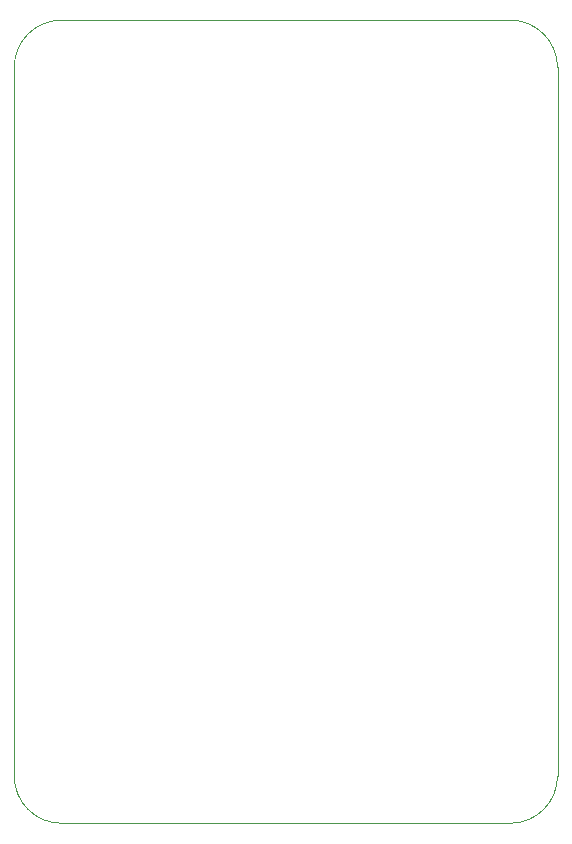
<source format=gm1>
%TF.GenerationSoftware,KiCad,Pcbnew,7.0.9*%
%TF.CreationDate,2023-11-24T17:14:23+00:00*%
%TF.ProjectId,12v-jelly,3132762d-6a65-46c6-9c79-2e6b69636164,rev?*%
%TF.SameCoordinates,Original*%
%TF.FileFunction,Profile,NP*%
%FSLAX46Y46*%
G04 Gerber Fmt 4.6, Leading zero omitted, Abs format (unit mm)*
G04 Created by KiCad (PCBNEW 7.0.9) date 2023-11-24 17:14:23*
%MOMM*%
%LPD*%
G01*
G04 APERTURE LIST*
%TA.AperFunction,Profile*%
%ADD10C,0.100000*%
%TD*%
G04 APERTURE END LIST*
D10*
X103000000Y-24000000D02*
X103000000Y-84000000D01*
X103000000Y-24000000D02*
G75*
G03*
X99000000Y-20000000I-4000000J0D01*
G01*
X99000000Y-88000000D02*
G75*
G03*
X103000000Y-84000000I0J4000000D01*
G01*
X99000000Y-88000000D02*
X61000000Y-88000000D01*
X57000000Y-84000000D02*
G75*
G03*
X61000000Y-88000000I4000000J0D01*
G01*
X61000000Y-20000000D02*
G75*
G03*
X57000000Y-24000000I0J-4000000D01*
G01*
X61000000Y-20000000D02*
X99000000Y-20000000D01*
X57000000Y-84000000D02*
X57000000Y-24000000D01*
M02*

</source>
